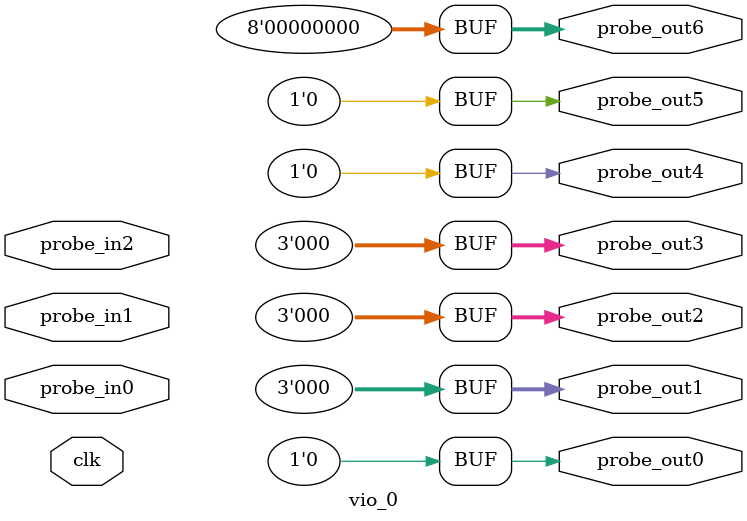
<source format=v>
`timescale 1ns / 1ps
module vio_0 (
clk,
probe_in0,probe_in1,probe_in2,
probe_out0,
probe_out1,
probe_out2,
probe_out3,
probe_out4,
probe_out5,
probe_out6
);

input clk;
input [31 : 0] probe_in0;
input [31 : 0] probe_in1;
input [31 : 0] probe_in2;

output reg [0 : 0] probe_out0 = 'h0 ;
output reg [2 : 0] probe_out1 = 'h0 ;
output reg [2 : 0] probe_out2 = 'h0 ;
output reg [2 : 0] probe_out3 = 'h0 ;
output reg [0 : 0] probe_out4 = 'h0 ;
output reg [0 : 0] probe_out5 = 'h0 ;
output reg [7 : 0] probe_out6 = 'h00 ;


endmodule

</source>
